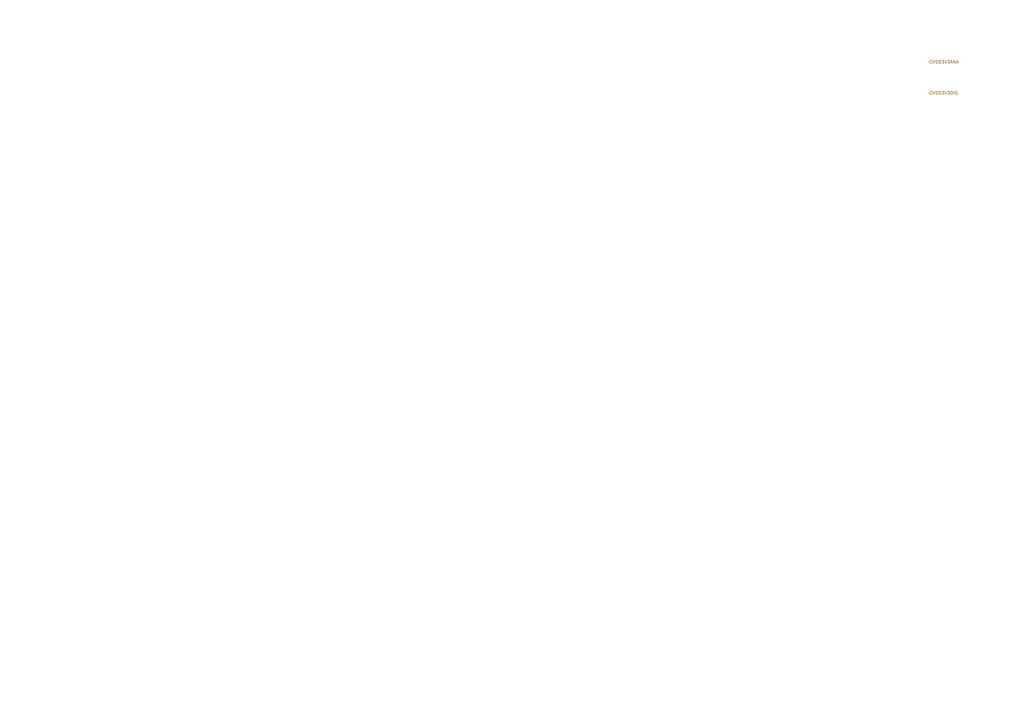
<source format=kicad_sch>
(kicad_sch (version 20211123) (generator eeschema)
  (paper "A3")
  (lib_symbols)
  (hierarchical_label "VDD3V3DIG" (shape input) (at 381 38.1 0))
  (hierarchical_label "VDD3V3ANA" (shape input) (at 381 25.4 0))
)
</source>
